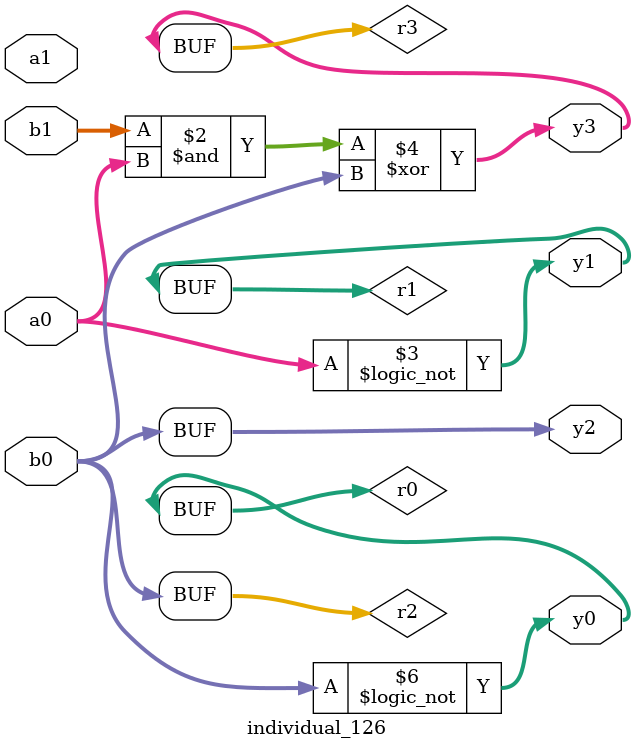
<source format=sv>
module individual_126(input logic [15:0] a1, input logic [15:0] a0, input logic [15:0] b1, input logic [15:0] b0, output logic [15:0] y3, output logic [15:0] y2, output logic [15:0] y1, output logic [15:0] y0);
logic [15:0] r0, r1, r2, r3; 
 always@(*) begin 
	 r0 = a0; r1 = a1; r2 = b0; r3 = b1; 
 	 r3  &=  r0 ;
 	 r1 = ! a0 ;
 	 r3  ^=  b0 ;
 	 r0  ^=  b0 ;
 	 r0 = ! b0 ;
 	 y3 = r3; y2 = r2; y1 = r1; y0 = r0; 
end
endmodule
</source>
